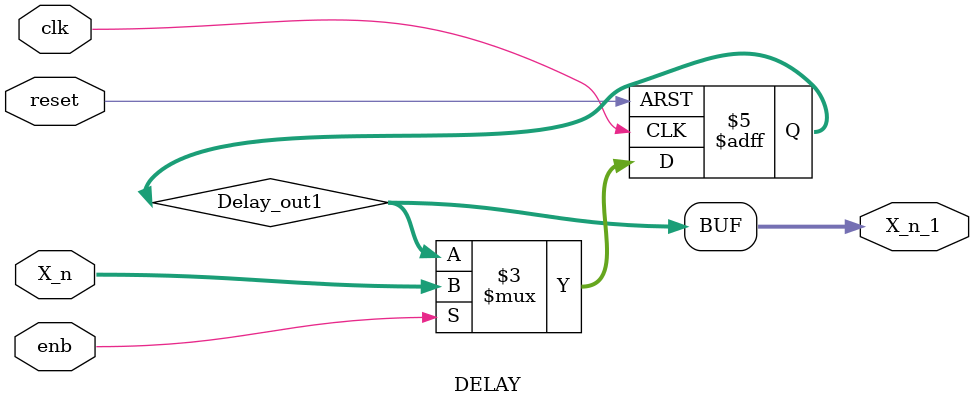
<source format=v>



`timescale 1 ns / 1 ns

module DELAY
          (clk,
           reset,
           enb,
           X_n,
           X_n_1);


  input   clk;
  input   reset;
  input   enb;
  input   [7:0] X_n;  // uint8
  output  [7:0] X_n_1;  // uint8


  reg [7:0] Delay_out1;  // uint8


  always @(posedge clk or posedge reset)
    begin : Delay_1_process
      if (reset == 1'b1) begin
        Delay_out1 <= 8'b00000000;
      end
      else begin
        if (enb) begin
          Delay_out1 <= X_n;
        end
      end
    end



  assign X_n_1 = Delay_out1;

endmodule  // DELAY


</source>
